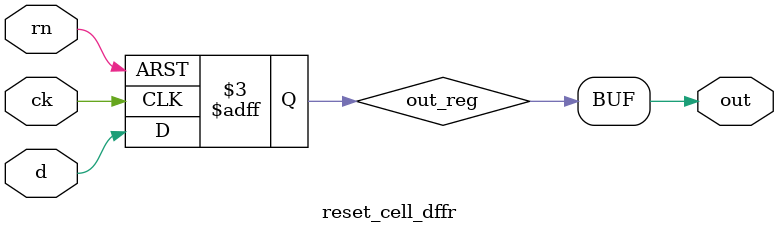
<source format=sv>

module reset_cell_buf(
	input wire in,
	output wire out
);

assign out = in;

endmodule

module reset_cell_mux(
	input wire ina,
	input wire inb,
	input wire sel,
	output wire out
);

assign out = sel ? inb : ina;

endmodule

module reset_cell_and(
	input wire ina,
	input wire inb,
	output wire out
);

assign out = inb & ina;

endmodule

module reset_cell_or(
	input wire ina,
	input wire inb,
	output wire out
);

assign out = inb | ina;

endmodule

module reset_cell_nand(
	input wire ina,
	input wire inb,
	output wire out
);

assign out = !(inb & ina);

endmodule

module reset_cell_nor(
	input wire ina,
	input wire inb,
	output wire out
);

assign out = !(inb | ina);

endmodule

module reset_cell_gate(
	input wire ck,
	input wire en,
	output wire out
);

reg enable;

always @(ck or en)
begin
	if(~ck)
		enable = en;
end

assign out = enable & ck;

endmodule

module reset_cell_dffs(
	input wire ck,
	input wire sn,
	input wire d,
	output wire out
);

reg out_reg;

assign out = out_reg;

always @(posedge ck or negedge sn)
begin
	if(!sn)
		out_reg <= 1'b1;
	else
		out_reg <= d;
end

endmodule

module reset_cell_dffr(
	input wire ck,
	input wire rn,
	input wire d,
	output wire out
);

reg out_reg;

assign out = out_reg;

always @(posedge ck or negedge rn)
begin
	if(!rn)
		out_reg <= 1'b0;
	else
		out_reg <= d;
end

endmodule


</source>
